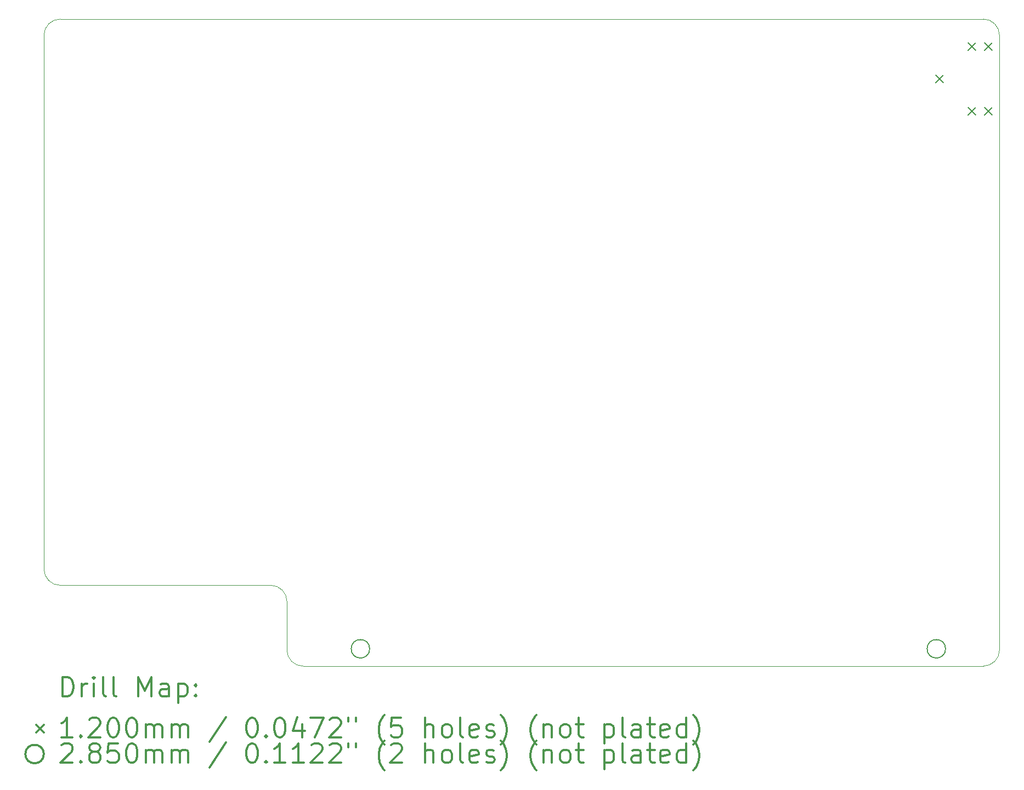
<source format=gbr>
%FSLAX45Y45*%
G04 Gerber Fmt 4.5, Leading zero omitted, Abs format (unit mm)*
G04 Created by KiCad (PCBNEW (5.1.10)-1) date 2021-07-30 10:33:17*
%MOMM*%
%LPD*%
G01*
G04 APERTURE LIST*
%TA.AperFunction,Profile*%
%ADD10C,0.050000*%
%TD*%
%ADD11C,0.200000*%
%ADD12C,0.300000*%
G04 APERTURE END LIST*
D10*
X20000000Y-11250000D02*
X20000000Y-10750000D01*
X20000000Y-10750000D02*
X20000000Y-5250000D01*
X20000000Y-14750000D02*
X20000000Y-11250000D01*
X5250000Y-13250000D02*
X5250000Y-13500000D01*
X19750000Y-5000000D02*
G75*
G02*
X20000000Y-5250000I0J-250000D01*
G01*
X5250000Y-5250000D02*
G75*
G02*
X5500000Y-5000000I250000J0D01*
G01*
X5500000Y-13750000D02*
G75*
G02*
X5250000Y-13500000I0J250000D01*
G01*
X8750000Y-13750000D02*
G75*
G02*
X9000000Y-14000000I0J-250000D01*
G01*
X9250000Y-15000000D02*
G75*
G02*
X9000000Y-14750000I0J250000D01*
G01*
X20000000Y-14750000D02*
G75*
G02*
X19750000Y-15000000I-250000J0D01*
G01*
X5500000Y-5000000D02*
X19750000Y-5000000D01*
X5250000Y-13250000D02*
X5250000Y-5250000D01*
X8750000Y-13750000D02*
X5500000Y-13750000D01*
X9000000Y-14750000D02*
X9000000Y-14000000D01*
X19750000Y-15000000D02*
X9250000Y-15000000D01*
D11*
X19015000Y-5865000D02*
X19135000Y-5985000D01*
X19135000Y-5865000D02*
X19015000Y-5985000D01*
X19515000Y-5365000D02*
X19635000Y-5485000D01*
X19635000Y-5365000D02*
X19515000Y-5485000D01*
X19515000Y-6365000D02*
X19635000Y-6485000D01*
X19635000Y-6365000D02*
X19515000Y-6485000D01*
X19765000Y-5365000D02*
X19885000Y-5485000D01*
X19885000Y-5365000D02*
X19765000Y-5485000D01*
X19765000Y-6365000D02*
X19885000Y-6485000D01*
X19885000Y-6365000D02*
X19765000Y-6485000D01*
X10277100Y-14732000D02*
G75*
G03*
X10277100Y-14732000I-142500J0D01*
G01*
X19167100Y-14732000D02*
G75*
G03*
X19167100Y-14732000I-142500J0D01*
G01*
D12*
X5533928Y-15468214D02*
X5533928Y-15168214D01*
X5605357Y-15168214D01*
X5648214Y-15182500D01*
X5676786Y-15211071D01*
X5691071Y-15239643D01*
X5705357Y-15296786D01*
X5705357Y-15339643D01*
X5691071Y-15396786D01*
X5676786Y-15425357D01*
X5648214Y-15453929D01*
X5605357Y-15468214D01*
X5533928Y-15468214D01*
X5833928Y-15468214D02*
X5833928Y-15268214D01*
X5833928Y-15325357D02*
X5848214Y-15296786D01*
X5862500Y-15282500D01*
X5891071Y-15268214D01*
X5919643Y-15268214D01*
X6019643Y-15468214D02*
X6019643Y-15268214D01*
X6019643Y-15168214D02*
X6005357Y-15182500D01*
X6019643Y-15196786D01*
X6033928Y-15182500D01*
X6019643Y-15168214D01*
X6019643Y-15196786D01*
X6205357Y-15468214D02*
X6176786Y-15453929D01*
X6162500Y-15425357D01*
X6162500Y-15168214D01*
X6362500Y-15468214D02*
X6333928Y-15453929D01*
X6319643Y-15425357D01*
X6319643Y-15168214D01*
X6705357Y-15468214D02*
X6705357Y-15168214D01*
X6805357Y-15382500D01*
X6905357Y-15168214D01*
X6905357Y-15468214D01*
X7176786Y-15468214D02*
X7176786Y-15311071D01*
X7162500Y-15282500D01*
X7133928Y-15268214D01*
X7076786Y-15268214D01*
X7048214Y-15282500D01*
X7176786Y-15453929D02*
X7148214Y-15468214D01*
X7076786Y-15468214D01*
X7048214Y-15453929D01*
X7033928Y-15425357D01*
X7033928Y-15396786D01*
X7048214Y-15368214D01*
X7076786Y-15353929D01*
X7148214Y-15353929D01*
X7176786Y-15339643D01*
X7319643Y-15268214D02*
X7319643Y-15568214D01*
X7319643Y-15282500D02*
X7348214Y-15268214D01*
X7405357Y-15268214D01*
X7433928Y-15282500D01*
X7448214Y-15296786D01*
X7462500Y-15325357D01*
X7462500Y-15411071D01*
X7448214Y-15439643D01*
X7433928Y-15453929D01*
X7405357Y-15468214D01*
X7348214Y-15468214D01*
X7319643Y-15453929D01*
X7591071Y-15439643D02*
X7605357Y-15453929D01*
X7591071Y-15468214D01*
X7576786Y-15453929D01*
X7591071Y-15439643D01*
X7591071Y-15468214D01*
X7591071Y-15282500D02*
X7605357Y-15296786D01*
X7591071Y-15311071D01*
X7576786Y-15296786D01*
X7591071Y-15282500D01*
X7591071Y-15311071D01*
X5127500Y-15902500D02*
X5247500Y-16022500D01*
X5247500Y-15902500D02*
X5127500Y-16022500D01*
X5691071Y-16098214D02*
X5519643Y-16098214D01*
X5605357Y-16098214D02*
X5605357Y-15798214D01*
X5576786Y-15841071D01*
X5548214Y-15869643D01*
X5519643Y-15883929D01*
X5819643Y-16069643D02*
X5833928Y-16083929D01*
X5819643Y-16098214D01*
X5805357Y-16083929D01*
X5819643Y-16069643D01*
X5819643Y-16098214D01*
X5948214Y-15826786D02*
X5962500Y-15812500D01*
X5991071Y-15798214D01*
X6062500Y-15798214D01*
X6091071Y-15812500D01*
X6105357Y-15826786D01*
X6119643Y-15855357D01*
X6119643Y-15883929D01*
X6105357Y-15926786D01*
X5933928Y-16098214D01*
X6119643Y-16098214D01*
X6305357Y-15798214D02*
X6333928Y-15798214D01*
X6362500Y-15812500D01*
X6376786Y-15826786D01*
X6391071Y-15855357D01*
X6405357Y-15912500D01*
X6405357Y-15983929D01*
X6391071Y-16041071D01*
X6376786Y-16069643D01*
X6362500Y-16083929D01*
X6333928Y-16098214D01*
X6305357Y-16098214D01*
X6276786Y-16083929D01*
X6262500Y-16069643D01*
X6248214Y-16041071D01*
X6233928Y-15983929D01*
X6233928Y-15912500D01*
X6248214Y-15855357D01*
X6262500Y-15826786D01*
X6276786Y-15812500D01*
X6305357Y-15798214D01*
X6591071Y-15798214D02*
X6619643Y-15798214D01*
X6648214Y-15812500D01*
X6662500Y-15826786D01*
X6676786Y-15855357D01*
X6691071Y-15912500D01*
X6691071Y-15983929D01*
X6676786Y-16041071D01*
X6662500Y-16069643D01*
X6648214Y-16083929D01*
X6619643Y-16098214D01*
X6591071Y-16098214D01*
X6562500Y-16083929D01*
X6548214Y-16069643D01*
X6533928Y-16041071D01*
X6519643Y-15983929D01*
X6519643Y-15912500D01*
X6533928Y-15855357D01*
X6548214Y-15826786D01*
X6562500Y-15812500D01*
X6591071Y-15798214D01*
X6819643Y-16098214D02*
X6819643Y-15898214D01*
X6819643Y-15926786D02*
X6833928Y-15912500D01*
X6862500Y-15898214D01*
X6905357Y-15898214D01*
X6933928Y-15912500D01*
X6948214Y-15941071D01*
X6948214Y-16098214D01*
X6948214Y-15941071D02*
X6962500Y-15912500D01*
X6991071Y-15898214D01*
X7033928Y-15898214D01*
X7062500Y-15912500D01*
X7076786Y-15941071D01*
X7076786Y-16098214D01*
X7219643Y-16098214D02*
X7219643Y-15898214D01*
X7219643Y-15926786D02*
X7233928Y-15912500D01*
X7262500Y-15898214D01*
X7305357Y-15898214D01*
X7333928Y-15912500D01*
X7348214Y-15941071D01*
X7348214Y-16098214D01*
X7348214Y-15941071D02*
X7362500Y-15912500D01*
X7391071Y-15898214D01*
X7433928Y-15898214D01*
X7462500Y-15912500D01*
X7476786Y-15941071D01*
X7476786Y-16098214D01*
X8062500Y-15783929D02*
X7805357Y-16169643D01*
X8448214Y-15798214D02*
X8476786Y-15798214D01*
X8505357Y-15812500D01*
X8519643Y-15826786D01*
X8533928Y-15855357D01*
X8548214Y-15912500D01*
X8548214Y-15983929D01*
X8533928Y-16041071D01*
X8519643Y-16069643D01*
X8505357Y-16083929D01*
X8476786Y-16098214D01*
X8448214Y-16098214D01*
X8419643Y-16083929D01*
X8405357Y-16069643D01*
X8391071Y-16041071D01*
X8376786Y-15983929D01*
X8376786Y-15912500D01*
X8391071Y-15855357D01*
X8405357Y-15826786D01*
X8419643Y-15812500D01*
X8448214Y-15798214D01*
X8676786Y-16069643D02*
X8691071Y-16083929D01*
X8676786Y-16098214D01*
X8662500Y-16083929D01*
X8676786Y-16069643D01*
X8676786Y-16098214D01*
X8876786Y-15798214D02*
X8905357Y-15798214D01*
X8933928Y-15812500D01*
X8948214Y-15826786D01*
X8962500Y-15855357D01*
X8976786Y-15912500D01*
X8976786Y-15983929D01*
X8962500Y-16041071D01*
X8948214Y-16069643D01*
X8933928Y-16083929D01*
X8905357Y-16098214D01*
X8876786Y-16098214D01*
X8848214Y-16083929D01*
X8833928Y-16069643D01*
X8819643Y-16041071D01*
X8805357Y-15983929D01*
X8805357Y-15912500D01*
X8819643Y-15855357D01*
X8833928Y-15826786D01*
X8848214Y-15812500D01*
X8876786Y-15798214D01*
X9233928Y-15898214D02*
X9233928Y-16098214D01*
X9162500Y-15783929D02*
X9091071Y-15998214D01*
X9276786Y-15998214D01*
X9362500Y-15798214D02*
X9562500Y-15798214D01*
X9433928Y-16098214D01*
X9662500Y-15826786D02*
X9676786Y-15812500D01*
X9705357Y-15798214D01*
X9776786Y-15798214D01*
X9805357Y-15812500D01*
X9819643Y-15826786D01*
X9833928Y-15855357D01*
X9833928Y-15883929D01*
X9819643Y-15926786D01*
X9648214Y-16098214D01*
X9833928Y-16098214D01*
X9948214Y-15798214D02*
X9948214Y-15855357D01*
X10062500Y-15798214D02*
X10062500Y-15855357D01*
X10505357Y-16212500D02*
X10491071Y-16198214D01*
X10462500Y-16155357D01*
X10448214Y-16126786D01*
X10433928Y-16083929D01*
X10419643Y-16012500D01*
X10419643Y-15955357D01*
X10433928Y-15883929D01*
X10448214Y-15841071D01*
X10462500Y-15812500D01*
X10491071Y-15769643D01*
X10505357Y-15755357D01*
X10762500Y-15798214D02*
X10619643Y-15798214D01*
X10605357Y-15941071D01*
X10619643Y-15926786D01*
X10648214Y-15912500D01*
X10719643Y-15912500D01*
X10748214Y-15926786D01*
X10762500Y-15941071D01*
X10776786Y-15969643D01*
X10776786Y-16041071D01*
X10762500Y-16069643D01*
X10748214Y-16083929D01*
X10719643Y-16098214D01*
X10648214Y-16098214D01*
X10619643Y-16083929D01*
X10605357Y-16069643D01*
X11133928Y-16098214D02*
X11133928Y-15798214D01*
X11262500Y-16098214D02*
X11262500Y-15941071D01*
X11248214Y-15912500D01*
X11219643Y-15898214D01*
X11176786Y-15898214D01*
X11148214Y-15912500D01*
X11133928Y-15926786D01*
X11448214Y-16098214D02*
X11419643Y-16083929D01*
X11405357Y-16069643D01*
X11391071Y-16041071D01*
X11391071Y-15955357D01*
X11405357Y-15926786D01*
X11419643Y-15912500D01*
X11448214Y-15898214D01*
X11491071Y-15898214D01*
X11519643Y-15912500D01*
X11533928Y-15926786D01*
X11548214Y-15955357D01*
X11548214Y-16041071D01*
X11533928Y-16069643D01*
X11519643Y-16083929D01*
X11491071Y-16098214D01*
X11448214Y-16098214D01*
X11719643Y-16098214D02*
X11691071Y-16083929D01*
X11676786Y-16055357D01*
X11676786Y-15798214D01*
X11948214Y-16083929D02*
X11919643Y-16098214D01*
X11862500Y-16098214D01*
X11833928Y-16083929D01*
X11819643Y-16055357D01*
X11819643Y-15941071D01*
X11833928Y-15912500D01*
X11862500Y-15898214D01*
X11919643Y-15898214D01*
X11948214Y-15912500D01*
X11962500Y-15941071D01*
X11962500Y-15969643D01*
X11819643Y-15998214D01*
X12076786Y-16083929D02*
X12105357Y-16098214D01*
X12162500Y-16098214D01*
X12191071Y-16083929D01*
X12205357Y-16055357D01*
X12205357Y-16041071D01*
X12191071Y-16012500D01*
X12162500Y-15998214D01*
X12119643Y-15998214D01*
X12091071Y-15983929D01*
X12076786Y-15955357D01*
X12076786Y-15941071D01*
X12091071Y-15912500D01*
X12119643Y-15898214D01*
X12162500Y-15898214D01*
X12191071Y-15912500D01*
X12305357Y-16212500D02*
X12319643Y-16198214D01*
X12348214Y-16155357D01*
X12362500Y-16126786D01*
X12376786Y-16083929D01*
X12391071Y-16012500D01*
X12391071Y-15955357D01*
X12376786Y-15883929D01*
X12362500Y-15841071D01*
X12348214Y-15812500D01*
X12319643Y-15769643D01*
X12305357Y-15755357D01*
X12848214Y-16212500D02*
X12833928Y-16198214D01*
X12805357Y-16155357D01*
X12791071Y-16126786D01*
X12776786Y-16083929D01*
X12762500Y-16012500D01*
X12762500Y-15955357D01*
X12776786Y-15883929D01*
X12791071Y-15841071D01*
X12805357Y-15812500D01*
X12833928Y-15769643D01*
X12848214Y-15755357D01*
X12962500Y-15898214D02*
X12962500Y-16098214D01*
X12962500Y-15926786D02*
X12976786Y-15912500D01*
X13005357Y-15898214D01*
X13048214Y-15898214D01*
X13076786Y-15912500D01*
X13091071Y-15941071D01*
X13091071Y-16098214D01*
X13276786Y-16098214D02*
X13248214Y-16083929D01*
X13233928Y-16069643D01*
X13219643Y-16041071D01*
X13219643Y-15955357D01*
X13233928Y-15926786D01*
X13248214Y-15912500D01*
X13276786Y-15898214D01*
X13319643Y-15898214D01*
X13348214Y-15912500D01*
X13362500Y-15926786D01*
X13376786Y-15955357D01*
X13376786Y-16041071D01*
X13362500Y-16069643D01*
X13348214Y-16083929D01*
X13319643Y-16098214D01*
X13276786Y-16098214D01*
X13462500Y-15898214D02*
X13576786Y-15898214D01*
X13505357Y-15798214D02*
X13505357Y-16055357D01*
X13519643Y-16083929D01*
X13548214Y-16098214D01*
X13576786Y-16098214D01*
X13905357Y-15898214D02*
X13905357Y-16198214D01*
X13905357Y-15912500D02*
X13933928Y-15898214D01*
X13991071Y-15898214D01*
X14019643Y-15912500D01*
X14033928Y-15926786D01*
X14048214Y-15955357D01*
X14048214Y-16041071D01*
X14033928Y-16069643D01*
X14019643Y-16083929D01*
X13991071Y-16098214D01*
X13933928Y-16098214D01*
X13905357Y-16083929D01*
X14219643Y-16098214D02*
X14191071Y-16083929D01*
X14176786Y-16055357D01*
X14176786Y-15798214D01*
X14462500Y-16098214D02*
X14462500Y-15941071D01*
X14448214Y-15912500D01*
X14419643Y-15898214D01*
X14362500Y-15898214D01*
X14333928Y-15912500D01*
X14462500Y-16083929D02*
X14433928Y-16098214D01*
X14362500Y-16098214D01*
X14333928Y-16083929D01*
X14319643Y-16055357D01*
X14319643Y-16026786D01*
X14333928Y-15998214D01*
X14362500Y-15983929D01*
X14433928Y-15983929D01*
X14462500Y-15969643D01*
X14562500Y-15898214D02*
X14676786Y-15898214D01*
X14605357Y-15798214D02*
X14605357Y-16055357D01*
X14619643Y-16083929D01*
X14648214Y-16098214D01*
X14676786Y-16098214D01*
X14891071Y-16083929D02*
X14862500Y-16098214D01*
X14805357Y-16098214D01*
X14776786Y-16083929D01*
X14762500Y-16055357D01*
X14762500Y-15941071D01*
X14776786Y-15912500D01*
X14805357Y-15898214D01*
X14862500Y-15898214D01*
X14891071Y-15912500D01*
X14905357Y-15941071D01*
X14905357Y-15969643D01*
X14762500Y-15998214D01*
X15162500Y-16098214D02*
X15162500Y-15798214D01*
X15162500Y-16083929D02*
X15133928Y-16098214D01*
X15076786Y-16098214D01*
X15048214Y-16083929D01*
X15033928Y-16069643D01*
X15019643Y-16041071D01*
X15019643Y-15955357D01*
X15033928Y-15926786D01*
X15048214Y-15912500D01*
X15076786Y-15898214D01*
X15133928Y-15898214D01*
X15162500Y-15912500D01*
X15276786Y-16212500D02*
X15291071Y-16198214D01*
X15319643Y-16155357D01*
X15333928Y-16126786D01*
X15348214Y-16083929D01*
X15362500Y-16012500D01*
X15362500Y-15955357D01*
X15348214Y-15883929D01*
X15333928Y-15841071D01*
X15319643Y-15812500D01*
X15291071Y-15769643D01*
X15276786Y-15755357D01*
X5247500Y-16358500D02*
G75*
G03*
X5247500Y-16358500I-142500J0D01*
G01*
X5519643Y-16222786D02*
X5533928Y-16208500D01*
X5562500Y-16194214D01*
X5633928Y-16194214D01*
X5662500Y-16208500D01*
X5676786Y-16222786D01*
X5691071Y-16251357D01*
X5691071Y-16279929D01*
X5676786Y-16322786D01*
X5505357Y-16494214D01*
X5691071Y-16494214D01*
X5819643Y-16465643D02*
X5833928Y-16479929D01*
X5819643Y-16494214D01*
X5805357Y-16479929D01*
X5819643Y-16465643D01*
X5819643Y-16494214D01*
X6005357Y-16322786D02*
X5976786Y-16308500D01*
X5962500Y-16294214D01*
X5948214Y-16265643D01*
X5948214Y-16251357D01*
X5962500Y-16222786D01*
X5976786Y-16208500D01*
X6005357Y-16194214D01*
X6062500Y-16194214D01*
X6091071Y-16208500D01*
X6105357Y-16222786D01*
X6119643Y-16251357D01*
X6119643Y-16265643D01*
X6105357Y-16294214D01*
X6091071Y-16308500D01*
X6062500Y-16322786D01*
X6005357Y-16322786D01*
X5976786Y-16337071D01*
X5962500Y-16351357D01*
X5948214Y-16379929D01*
X5948214Y-16437071D01*
X5962500Y-16465643D01*
X5976786Y-16479929D01*
X6005357Y-16494214D01*
X6062500Y-16494214D01*
X6091071Y-16479929D01*
X6105357Y-16465643D01*
X6119643Y-16437071D01*
X6119643Y-16379929D01*
X6105357Y-16351357D01*
X6091071Y-16337071D01*
X6062500Y-16322786D01*
X6391071Y-16194214D02*
X6248214Y-16194214D01*
X6233928Y-16337071D01*
X6248214Y-16322786D01*
X6276786Y-16308500D01*
X6348214Y-16308500D01*
X6376786Y-16322786D01*
X6391071Y-16337071D01*
X6405357Y-16365643D01*
X6405357Y-16437071D01*
X6391071Y-16465643D01*
X6376786Y-16479929D01*
X6348214Y-16494214D01*
X6276786Y-16494214D01*
X6248214Y-16479929D01*
X6233928Y-16465643D01*
X6591071Y-16194214D02*
X6619643Y-16194214D01*
X6648214Y-16208500D01*
X6662500Y-16222786D01*
X6676786Y-16251357D01*
X6691071Y-16308500D01*
X6691071Y-16379929D01*
X6676786Y-16437071D01*
X6662500Y-16465643D01*
X6648214Y-16479929D01*
X6619643Y-16494214D01*
X6591071Y-16494214D01*
X6562500Y-16479929D01*
X6548214Y-16465643D01*
X6533928Y-16437071D01*
X6519643Y-16379929D01*
X6519643Y-16308500D01*
X6533928Y-16251357D01*
X6548214Y-16222786D01*
X6562500Y-16208500D01*
X6591071Y-16194214D01*
X6819643Y-16494214D02*
X6819643Y-16294214D01*
X6819643Y-16322786D02*
X6833928Y-16308500D01*
X6862500Y-16294214D01*
X6905357Y-16294214D01*
X6933928Y-16308500D01*
X6948214Y-16337071D01*
X6948214Y-16494214D01*
X6948214Y-16337071D02*
X6962500Y-16308500D01*
X6991071Y-16294214D01*
X7033928Y-16294214D01*
X7062500Y-16308500D01*
X7076786Y-16337071D01*
X7076786Y-16494214D01*
X7219643Y-16494214D02*
X7219643Y-16294214D01*
X7219643Y-16322786D02*
X7233928Y-16308500D01*
X7262500Y-16294214D01*
X7305357Y-16294214D01*
X7333928Y-16308500D01*
X7348214Y-16337071D01*
X7348214Y-16494214D01*
X7348214Y-16337071D02*
X7362500Y-16308500D01*
X7391071Y-16294214D01*
X7433928Y-16294214D01*
X7462500Y-16308500D01*
X7476786Y-16337071D01*
X7476786Y-16494214D01*
X8062500Y-16179929D02*
X7805357Y-16565643D01*
X8448214Y-16194214D02*
X8476786Y-16194214D01*
X8505357Y-16208500D01*
X8519643Y-16222786D01*
X8533928Y-16251357D01*
X8548214Y-16308500D01*
X8548214Y-16379929D01*
X8533928Y-16437071D01*
X8519643Y-16465643D01*
X8505357Y-16479929D01*
X8476786Y-16494214D01*
X8448214Y-16494214D01*
X8419643Y-16479929D01*
X8405357Y-16465643D01*
X8391071Y-16437071D01*
X8376786Y-16379929D01*
X8376786Y-16308500D01*
X8391071Y-16251357D01*
X8405357Y-16222786D01*
X8419643Y-16208500D01*
X8448214Y-16194214D01*
X8676786Y-16465643D02*
X8691071Y-16479929D01*
X8676786Y-16494214D01*
X8662500Y-16479929D01*
X8676786Y-16465643D01*
X8676786Y-16494214D01*
X8976786Y-16494214D02*
X8805357Y-16494214D01*
X8891071Y-16494214D02*
X8891071Y-16194214D01*
X8862500Y-16237071D01*
X8833928Y-16265643D01*
X8805357Y-16279929D01*
X9262500Y-16494214D02*
X9091071Y-16494214D01*
X9176786Y-16494214D02*
X9176786Y-16194214D01*
X9148214Y-16237071D01*
X9119643Y-16265643D01*
X9091071Y-16279929D01*
X9376786Y-16222786D02*
X9391071Y-16208500D01*
X9419643Y-16194214D01*
X9491071Y-16194214D01*
X9519643Y-16208500D01*
X9533928Y-16222786D01*
X9548214Y-16251357D01*
X9548214Y-16279929D01*
X9533928Y-16322786D01*
X9362500Y-16494214D01*
X9548214Y-16494214D01*
X9662500Y-16222786D02*
X9676786Y-16208500D01*
X9705357Y-16194214D01*
X9776786Y-16194214D01*
X9805357Y-16208500D01*
X9819643Y-16222786D01*
X9833928Y-16251357D01*
X9833928Y-16279929D01*
X9819643Y-16322786D01*
X9648214Y-16494214D01*
X9833928Y-16494214D01*
X9948214Y-16194214D02*
X9948214Y-16251357D01*
X10062500Y-16194214D02*
X10062500Y-16251357D01*
X10505357Y-16608500D02*
X10491071Y-16594214D01*
X10462500Y-16551357D01*
X10448214Y-16522786D01*
X10433928Y-16479929D01*
X10419643Y-16408500D01*
X10419643Y-16351357D01*
X10433928Y-16279929D01*
X10448214Y-16237071D01*
X10462500Y-16208500D01*
X10491071Y-16165643D01*
X10505357Y-16151357D01*
X10605357Y-16222786D02*
X10619643Y-16208500D01*
X10648214Y-16194214D01*
X10719643Y-16194214D01*
X10748214Y-16208500D01*
X10762500Y-16222786D01*
X10776786Y-16251357D01*
X10776786Y-16279929D01*
X10762500Y-16322786D01*
X10591071Y-16494214D01*
X10776786Y-16494214D01*
X11133928Y-16494214D02*
X11133928Y-16194214D01*
X11262500Y-16494214D02*
X11262500Y-16337071D01*
X11248214Y-16308500D01*
X11219643Y-16294214D01*
X11176786Y-16294214D01*
X11148214Y-16308500D01*
X11133928Y-16322786D01*
X11448214Y-16494214D02*
X11419643Y-16479929D01*
X11405357Y-16465643D01*
X11391071Y-16437071D01*
X11391071Y-16351357D01*
X11405357Y-16322786D01*
X11419643Y-16308500D01*
X11448214Y-16294214D01*
X11491071Y-16294214D01*
X11519643Y-16308500D01*
X11533928Y-16322786D01*
X11548214Y-16351357D01*
X11548214Y-16437071D01*
X11533928Y-16465643D01*
X11519643Y-16479929D01*
X11491071Y-16494214D01*
X11448214Y-16494214D01*
X11719643Y-16494214D02*
X11691071Y-16479929D01*
X11676786Y-16451357D01*
X11676786Y-16194214D01*
X11948214Y-16479929D02*
X11919643Y-16494214D01*
X11862500Y-16494214D01*
X11833928Y-16479929D01*
X11819643Y-16451357D01*
X11819643Y-16337071D01*
X11833928Y-16308500D01*
X11862500Y-16294214D01*
X11919643Y-16294214D01*
X11948214Y-16308500D01*
X11962500Y-16337071D01*
X11962500Y-16365643D01*
X11819643Y-16394214D01*
X12076786Y-16479929D02*
X12105357Y-16494214D01*
X12162500Y-16494214D01*
X12191071Y-16479929D01*
X12205357Y-16451357D01*
X12205357Y-16437071D01*
X12191071Y-16408500D01*
X12162500Y-16394214D01*
X12119643Y-16394214D01*
X12091071Y-16379929D01*
X12076786Y-16351357D01*
X12076786Y-16337071D01*
X12091071Y-16308500D01*
X12119643Y-16294214D01*
X12162500Y-16294214D01*
X12191071Y-16308500D01*
X12305357Y-16608500D02*
X12319643Y-16594214D01*
X12348214Y-16551357D01*
X12362500Y-16522786D01*
X12376786Y-16479929D01*
X12391071Y-16408500D01*
X12391071Y-16351357D01*
X12376786Y-16279929D01*
X12362500Y-16237071D01*
X12348214Y-16208500D01*
X12319643Y-16165643D01*
X12305357Y-16151357D01*
X12848214Y-16608500D02*
X12833928Y-16594214D01*
X12805357Y-16551357D01*
X12791071Y-16522786D01*
X12776786Y-16479929D01*
X12762500Y-16408500D01*
X12762500Y-16351357D01*
X12776786Y-16279929D01*
X12791071Y-16237071D01*
X12805357Y-16208500D01*
X12833928Y-16165643D01*
X12848214Y-16151357D01*
X12962500Y-16294214D02*
X12962500Y-16494214D01*
X12962500Y-16322786D02*
X12976786Y-16308500D01*
X13005357Y-16294214D01*
X13048214Y-16294214D01*
X13076786Y-16308500D01*
X13091071Y-16337071D01*
X13091071Y-16494214D01*
X13276786Y-16494214D02*
X13248214Y-16479929D01*
X13233928Y-16465643D01*
X13219643Y-16437071D01*
X13219643Y-16351357D01*
X13233928Y-16322786D01*
X13248214Y-16308500D01*
X13276786Y-16294214D01*
X13319643Y-16294214D01*
X13348214Y-16308500D01*
X13362500Y-16322786D01*
X13376786Y-16351357D01*
X13376786Y-16437071D01*
X13362500Y-16465643D01*
X13348214Y-16479929D01*
X13319643Y-16494214D01*
X13276786Y-16494214D01*
X13462500Y-16294214D02*
X13576786Y-16294214D01*
X13505357Y-16194214D02*
X13505357Y-16451357D01*
X13519643Y-16479929D01*
X13548214Y-16494214D01*
X13576786Y-16494214D01*
X13905357Y-16294214D02*
X13905357Y-16594214D01*
X13905357Y-16308500D02*
X13933928Y-16294214D01*
X13991071Y-16294214D01*
X14019643Y-16308500D01*
X14033928Y-16322786D01*
X14048214Y-16351357D01*
X14048214Y-16437071D01*
X14033928Y-16465643D01*
X14019643Y-16479929D01*
X13991071Y-16494214D01*
X13933928Y-16494214D01*
X13905357Y-16479929D01*
X14219643Y-16494214D02*
X14191071Y-16479929D01*
X14176786Y-16451357D01*
X14176786Y-16194214D01*
X14462500Y-16494214D02*
X14462500Y-16337071D01*
X14448214Y-16308500D01*
X14419643Y-16294214D01*
X14362500Y-16294214D01*
X14333928Y-16308500D01*
X14462500Y-16479929D02*
X14433928Y-16494214D01*
X14362500Y-16494214D01*
X14333928Y-16479929D01*
X14319643Y-16451357D01*
X14319643Y-16422786D01*
X14333928Y-16394214D01*
X14362500Y-16379929D01*
X14433928Y-16379929D01*
X14462500Y-16365643D01*
X14562500Y-16294214D02*
X14676786Y-16294214D01*
X14605357Y-16194214D02*
X14605357Y-16451357D01*
X14619643Y-16479929D01*
X14648214Y-16494214D01*
X14676786Y-16494214D01*
X14891071Y-16479929D02*
X14862500Y-16494214D01*
X14805357Y-16494214D01*
X14776786Y-16479929D01*
X14762500Y-16451357D01*
X14762500Y-16337071D01*
X14776786Y-16308500D01*
X14805357Y-16294214D01*
X14862500Y-16294214D01*
X14891071Y-16308500D01*
X14905357Y-16337071D01*
X14905357Y-16365643D01*
X14762500Y-16394214D01*
X15162500Y-16494214D02*
X15162500Y-16194214D01*
X15162500Y-16479929D02*
X15133928Y-16494214D01*
X15076786Y-16494214D01*
X15048214Y-16479929D01*
X15033928Y-16465643D01*
X15019643Y-16437071D01*
X15019643Y-16351357D01*
X15033928Y-16322786D01*
X15048214Y-16308500D01*
X15076786Y-16294214D01*
X15133928Y-16294214D01*
X15162500Y-16308500D01*
X15276786Y-16608500D02*
X15291071Y-16594214D01*
X15319643Y-16551357D01*
X15333928Y-16522786D01*
X15348214Y-16479929D01*
X15362500Y-16408500D01*
X15362500Y-16351357D01*
X15348214Y-16279929D01*
X15333928Y-16237071D01*
X15319643Y-16208500D01*
X15291071Y-16165643D01*
X15276786Y-16151357D01*
M02*

</source>
